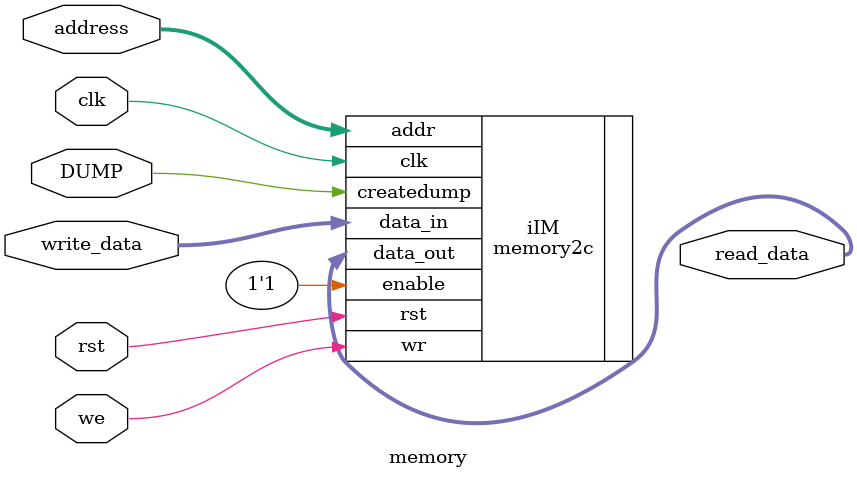
<source format=v>
/*
   CS/ECE 552 Spring '22
  
   Filename        : memory.v
   Description     : This module contains all components in the Memory stage of the 
                     processor.
   Author          : Henry Wysong-Grass
   Date            : 2024-10-09
   Tested?         : NO
*/
`default_nettype none
module memory (clk, rst, we, address, write_data , DUMP, read_data);
   //Module Inputs
   input wire clk;
   input wire rst;
   input wire we;
   input wire [15:0]address;
   input wire [15:0]write_data;
   input wire DUMP;
   
   //Module Outputs
   output wire [15:0]read_data;


   /////////////////////////////////
   // INSTANTIATE EXTERN. MODULES //
   /////////////////////////////////

   //memory2c is Memory and outputs values pointed to be address
   memory2c iIM(.data_out(read_data), .data_in(write_data), .addr(address), .enable(1'b1), 
                .wr(we), .createdump(DUMP), .clk(clk), .rst(rst));


endmodule
`default_nettype wire

</source>
